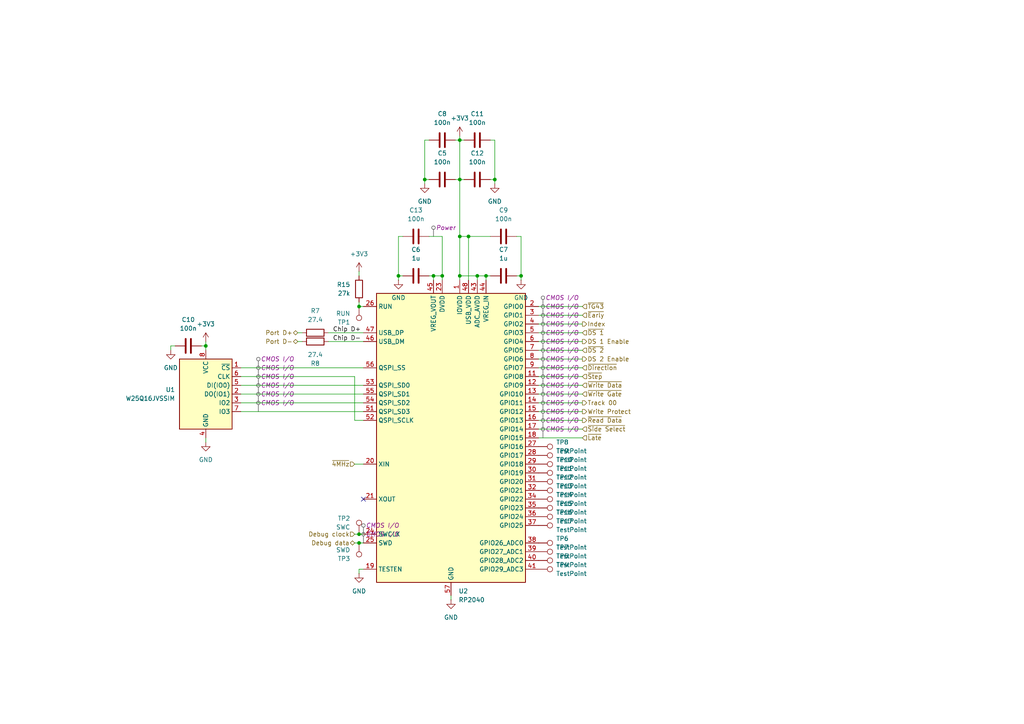
<source format=kicad_sch>
(kicad_sch (version 20231120) (generator "eeschema") (generator_version "8.0")
  (paper "A4")
  (lib_symbols
    (symbol "Connector:TestPoint" (pin_numbers hide) (pin_names (offset 0.762) hide)
      (property "Reference" "TP" (at 0 6.858 0))
      (property "Value" "TestPoint" (at 0 5.08 0))
      (symbol "TestPoint_0_1"
        (circle (center 0 3.302) (radius 0.762))
      )
      (symbol "TestPoint_1_1"
        (pin passive line (at 0 0 90) (length 2.54) (name "1") (number "1"))
      )
    )
    (symbol "Device:C" (pin_numbers hide) (pin_names (offset 0.254))
      (property "Reference" "C" (at 0.635 2.54 0))
      (property "Value" "C" (at 0.635 -2.54 0))
      (symbol "C_0_1"
        (polyline (pts (xy -2.032 -0.762) (xy 2.032 -0.762)) (stroke (width 0.508)))
        (polyline (pts (xy -2.032 0.762) (xy 2.032 0.762)) (stroke (width 0.508)))
      )
      (symbol "C_1_1"
        (pin passive line (at 0 3.81 270) (length 2.794) (name "~") (number "1"))
        (pin passive line (at 0 -3.81 90) (length 2.794) (name "~") (number "2"))
      )
    )
    (symbol "Device:R" (pin_numbers hide) (pin_names (offset 0))
      (property "Reference" "R" (at 2.032 0 90))
      (property "Value" "R" (at 0 0 90))
      (symbol "R_0_1"
        (rectangle (start -1.016 -2.54) (end 1.016 2.54) (stroke (width 0.254)))
      )
      (symbol "R_1_1"
        (pin passive line (at 0 3.81 270) (length 1.27) (name "~") (number "1"))
        (pin passive line (at 0 -3.81 90) (length 1.27) (name "~") (number "2"))
      )
    )
    (symbol "MCU_RaspberryPi:RP2040"
      (property "Reference" "U" (at 17.78 45.72 0))
      (property "Value" "RP2040" (at 17.78 43.18 0))
      (symbol "RP2040_0_1"
        (rectangle (start -21.59 41.91) (end 21.59 -41.91) (stroke (width 0.254)) (fill (type background)))
      )
      (symbol "RP2040_1_1"
        (pin power_in line (at 2.54 45.72 270) (length 3.81) (name "IOVDD") (number "1"))
        (pin passive line (at 2.54 45.72 270) (length 3.81) hide (name "IOVDD") (number "10"))
        (pin bidirectional line (at 25.4 17.78 180) (length 3.81) (name "GPIO8") (number "11"))
        (pin bidirectional line (at 25.4 15.24 180) (length 3.81) (name "GPIO9") (number "12"))
        (pin bidirectional line (at 25.4 12.7 180) (length 3.81) (name "GPIO10") (number "13"))
        (pin bidirectional line (at 25.4 10.16 180) (length 3.81) (name "GPIO11") (number "14"))
        (pin bidirectional line (at 25.4 7.62 180) (length 3.81) (name "GPIO12") (number "15"))
        (pin bidirectional line (at 25.4 5.08 180) (length 3.81) (name "GPIO13") (number "16"))
        (pin bidirectional line (at 25.4 2.54 180) (length 3.81) (name "GPIO14") (number "17"))
        (pin bidirectional line (at 25.4 0 180) (length 3.81) (name "GPIO15") (number "18"))
        (pin input line (at -25.4 -38.1 0) (length 3.81) (name "TESTEN") (number "19"))
        (pin bidirectional line (at 25.4 38.1 180) (length 3.81) (name "GPIO0") (number "2"))
        (pin input line (at -25.4 -7.62 0) (length 3.81) (name "XIN") (number "20"))
        (pin passive line (at -25.4 -17.78 0) (length 3.81) (name "XOUT") (number "21"))
        (pin passive line (at 2.54 45.72 270) (length 3.81) hide (name "IOVDD") (number "22"))
        (pin power_in line (at -2.54 45.72 270) (length 3.81) (name "DVDD") (number "23"))
        (pin input line (at -25.4 -27.94 0) (length 3.81) (name "SWCLK") (number "24"))
        (pin bidirectional line (at -25.4 -30.48 0) (length 3.81) (name "SWD") (number "25"))
        (pin input line (at -25.4 38.1 0) (length 3.81) (name "RUN") (number "26"))
        (pin bidirectional line (at 25.4 -2.54 180) (length 3.81) (name "GPIO16") (number "27"))
        (pin bidirectional line (at 25.4 -5.08 180) (length 3.81) (name "GPIO17") (number "28"))
        (pin bidirectional line (at 25.4 -7.62 180) (length 3.81) (name "GPIO18") (number "29"))
        (pin bidirectional line (at 25.4 35.56 180) (length 3.81) (name "GPIO1") (number "3"))
        (pin bidirectional line (at 25.4 -10.16 180) (length 3.81) (name "GPIO19") (number "30"))
        (pin bidirectional line (at 25.4 -12.7 180) (length 3.81) (name "GPIO20") (number "31"))
        (pin bidirectional line (at 25.4 -15.24 180) (length 3.81) (name "GPIO21") (number "32"))
        (pin passive line (at 2.54 45.72 270) (length 3.81) hide (name "IOVDD") (number "33"))
        (pin bidirectional line (at 25.4 -17.78 180) (length 3.81) (name "GPIO22") (number "34"))
        (pin bidirectional line (at 25.4 -20.32 180) (length 3.81) (name "GPIO23") (number "35"))
        (pin bidirectional line (at 25.4 -22.86 180) (length 3.81) (name "GPIO24") (number "36"))
        (pin bidirectional line (at 25.4 -25.4 180) (length 3.81) (name "GPIO25") (number "37"))
        (pin bidirectional line (at 25.4 -30.48 180) (length 3.81) (name "GPIO26_ADC0") (number "38"))
        (pin bidirectional line (at 25.4 -33.02 180) (length 3.81) (name "GPIO27_ADC1") (number "39"))
        (pin bidirectional line (at 25.4 33.02 180) (length 3.81) (name "GPIO2") (number "4"))
        (pin bidirectional line (at 25.4 -35.56 180) (length 3.81) (name "GPIO28_ADC2") (number "40"))
        (pin bidirectional line (at 25.4 -38.1 180) (length 3.81) (name "GPIO29_ADC3") (number "41"))
        (pin passive line (at 2.54 45.72 270) (length 3.81) hide (name "IOVDD") (number "42"))
        (pin power_in line (at 7.62 45.72 270) (length 3.81) (name "ADC_AVDD") (number "43"))
        (pin power_in line (at 10.16 45.72 270) (length 3.81) (name "VREG_IN") (number "44"))
        (pin power_out line (at -5.08 45.72 270) (length 3.81) (name "VREG_VOUT") (number "45"))
        (pin bidirectional line (at -25.4 27.94 0) (length 3.81) (name "USB_DM") (number "46"))
        (pin bidirectional line (at -25.4 30.48 0) (length 3.81) (name "USB_DP") (number "47"))
        (pin power_in line (at 5.08 45.72 270) (length 3.81) (name "USB_VDD") (number "48"))
        (pin passive line (at 2.54 45.72 270) (length 3.81) hide (name "IOVDD") (number "49"))
        (pin bidirectional line (at 25.4 30.48 180) (length 3.81) (name "GPIO3") (number "5"))
        (pin passive line (at -2.54 45.72 270) (length 3.81) hide (name "DVDD") (number "50"))
        (pin bidirectional line (at -25.4 7.62 0) (length 3.81) (name "QSPI_SD3") (number "51"))
        (pin output line (at -25.4 5.08 0) (length 3.81) (name "QSPI_SCLK") (number "52"))
        (pin bidirectional line (at -25.4 15.24 0) (length 3.81) (name "QSPI_SD0") (number "53"))
        (pin bidirectional line (at -25.4 10.16 0) (length 3.81) (name "QSPI_SD2") (number "54"))
        (pin bidirectional line (at -25.4 12.7 0) (length 3.81) (name "QSPI_SD1") (number "55"))
        (pin bidirectional line (at -25.4 20.32 0) (length 3.81) (name "QSPI_SS") (number "56"))
        (pin power_in line (at 0 -45.72 90) (length 3.81) (name "GND") (number "57"))
        (pin bidirectional line (at 25.4 27.94 180) (length 3.81) (name "GPIO4") (number "6"))
        (pin bidirectional line (at 25.4 25.4 180) (length 3.81) (name "GPIO5") (number "7"))
        (pin bidirectional line (at 25.4 22.86 180) (length 3.81) (name "GPIO6") (number "8"))
        (pin bidirectional line (at 25.4 20.32 180) (length 3.81) (name "GPIO7") (number "9"))
      )
    )
    (symbol "Memory_Flash:W25Q32JVSS"
      (property "Reference" "U" (at -6.35 11.43 0))
      (property "Value" "W25Q32JVSS" (at 7.62 11.43 0))
      (symbol "W25Q32JVSS_0_1"
        (rectangle (start -7.62 10.16) (end 7.62 -10.16) (stroke (width 0.254)) (fill (type background)))
      )
      (symbol "W25Q32JVSS_1_1"
        (pin input line (at -10.16 7.62 0) (length 2.54) (name "~{CS}") (number "1"))
        (pin bidirectional line (at -10.16 0 0) (length 2.54) (name "DO(IO1)") (number "2"))
        (pin bidirectional line (at -10.16 -2.54 0) (length 2.54) (name "IO2") (number "3"))
        (pin power_in line (at 0 -12.7 90) (length 2.54) (name "GND") (number "4"))
        (pin bidirectional line (at -10.16 2.54 0) (length 2.54) (name "DI(IO0)") (number "5"))
        (pin input line (at -10.16 5.08 0) (length 2.54) (name "CLK") (number "6"))
        (pin bidirectional line (at -10.16 -5.08 0) (length 2.54) (name "IO3") (number "7"))
        (pin power_in line (at 0 12.7 270) (length 2.54) (name "VCC") (number "8"))
      )
    )
    (symbol "power:+3V3" (power) (pin_numbers hide) (pin_names (offset 0) hide)
      (property "Value" "+3V3" (at 0 3.556 0))
      (symbol "+3V3_0_1"
        (polyline (pts (xy -0.762 1.27) (xy 0 2.54)))
        (polyline (pts (xy 0 0) (xy 0 2.54)))
        (polyline (pts (xy 0 2.54) (xy 0.762 1.27)))
      )
      (symbol "+3V3_1_1"
        (pin power_in line (at 0 0 90) (length 0) (name "~") (number "1"))
      )
    )
    (symbol "power:GND" (power) (pin_numbers hide) (pin_names (offset 0) hide)
      (property "Value" "GND" (at 0 -3.81 0))
      (symbol "GND_0_1"
        (polyline (pts (xy 0 0) (xy 0 -1.27) (xy 1.27 -1.27) (xy 0 -2.54) (xy -1.27 -1.27) (xy 0 -1.27)))
      )
      (symbol "GND_1_1"
        (pin power_in line (at 0 0 270) (length 0) (name "~") (number "1"))
      )
    )
  )
  (junction (at 143.51 52.07))
  (junction (at 133.35 68.58))
  (junction (at 135.89 68.58))
  (junction (at 115.57 80.01))
  (junction (at 104.14 154.94))
  (junction (at 128.27 80.01))
  (junction (at 123.19 52.07))
  (junction (at 138.43 80.01))
  (junction (at 59.69 100.33))
  (junction (at 104.14 157.48))
  (junction (at 125.73 80.01))
  (junction (at 133.35 80.01))
  (junction (at 133.35 52.07))
  (junction (at 140.97 80.01))
  (junction (at 151.13 80.01))
  (junction (at 133.35 40.64))
  (junction (at 104.14 88.9))
  (no_connect (at 105.41 144.78))
  (wire (pts (xy 115.57 68.58) (xy 115.57 80.01)))
  (wire (pts (xy 104.14 166.37) (xy 104.14 165.1)))
  (wire (pts (xy 156.21 124.46) (xy 168.91 124.46)))
  (wire (pts (xy 128.27 68.58) (xy 128.27 80.01)))
  (wire (pts (xy 149.86 80.01) (xy 151.13 80.01)))
  (wire (pts (xy 156.21 104.14) (xy 168.91 104.14)))
  (wire (pts (xy 156.21 99.06) (xy 168.91 99.06)))
  (wire (pts (xy 156.21 121.92) (xy 168.91 121.92)))
  (wire (pts (xy 133.35 40.64) (xy 134.62 40.64)))
  (wire (pts (xy 133.35 39.37) (xy 133.35 40.64)))
  (wire (pts (xy 95.25 96.52) (xy 105.41 96.52)))
  (wire (pts (xy 156.21 111.76) (xy 168.91 111.76)))
  (wire (pts (xy 125.73 80.01) (xy 125.73 81.28)))
  (wire (pts (xy 102.87 157.48) (xy 104.14 157.48)))
  (wire (pts (xy 156.21 93.98) (xy 168.91 93.98)))
  (wire (pts (xy 86.36 96.52) (xy 87.63 96.52)))
  (wire (pts (xy 104.14 154.94) (xy 105.41 154.94)))
  (wire (pts (xy 124.46 40.64) (xy 123.19 40.64)))
  (wire (pts (xy 156.21 114.3) (xy 168.91 114.3)))
  (wire (pts (xy 133.35 52.07) (xy 134.62 52.07)))
  (wire (pts (xy 124.46 80.01) (xy 125.73 80.01)))
  (wire (pts (xy 86.36 99.06) (xy 87.63 99.06)))
  (wire (pts (xy 128.27 80.01) (xy 128.27 81.28)))
  (wire (pts (xy 69.85 119.38) (xy 105.41 119.38)))
  (wire (pts (xy 135.89 68.58) (xy 133.35 68.58)))
  (wire (pts (xy 69.85 116.84) (xy 105.41 116.84)))
  (wire (pts (xy 59.69 127) (xy 59.69 128.27)))
  (wire (pts (xy 133.35 52.07) (xy 133.35 68.58)))
  (wire (pts (xy 58.42 100.33) (xy 59.69 100.33)))
  (wire (pts (xy 59.69 99.06) (xy 59.69 100.33)))
  (wire (pts (xy 105.41 121.92) (xy 102.87 121.92)))
  (wire (pts (xy 156.21 91.44) (xy 168.91 91.44)))
  (wire (pts (xy 123.19 53.34) (xy 123.19 52.07)))
  (wire (pts (xy 156.21 101.6) (xy 168.91 101.6)))
  (wire (pts (xy 102.87 121.92) (xy 102.87 109.22)))
  (wire (pts (xy 104.14 78.74) (xy 104.14 80.01)))
  (wire (pts (xy 132.08 40.64) (xy 133.35 40.64)))
  (wire (pts (xy 156.21 109.22) (xy 168.91 109.22)))
  (wire (pts (xy 49.53 100.33) (xy 49.53 101.6)))
  (wire (pts (xy 50.8 100.33) (xy 49.53 100.33)))
  (wire (pts (xy 142.24 80.01) (xy 140.97 80.01)))
  (wire (pts (xy 151.13 68.58) (xy 151.13 80.01)))
  (wire (pts (xy 116.84 68.58) (xy 115.57 68.58)))
  (wire (pts (xy 102.87 154.94) (xy 104.14 154.94)))
  (wire (pts (xy 104.14 157.48) (xy 105.41 157.48)))
  (wire (pts (xy 130.81 172.72) (xy 130.81 173.99)))
  (wire (pts (xy 104.14 165.1) (xy 105.41 165.1)))
  (wire (pts (xy 133.35 68.58) (xy 133.35 80.01)))
  (wire (pts (xy 143.51 52.07) (xy 143.51 53.34)))
  (wire (pts (xy 59.69 100.33) (xy 59.69 101.6)))
  (wire (pts (xy 104.14 88.9) (xy 105.41 88.9)))
  (wire (pts (xy 156.21 116.84) (xy 168.91 116.84)))
  (wire (pts (xy 133.35 40.64) (xy 133.35 52.07)))
  (wire (pts (xy 124.46 68.58) (xy 128.27 68.58)))
  (wire (pts (xy 115.57 81.28) (xy 115.57 80.01)))
  (wire (pts (xy 69.85 111.76) (xy 105.41 111.76)))
  (wire (pts (xy 138.43 80.01) (xy 140.97 80.01)))
  (wire (pts (xy 135.89 68.58) (xy 135.89 81.28)))
  (wire (pts (xy 151.13 80.01) (xy 151.13 81.28)))
  (wire (pts (xy 104.14 87.63) (xy 104.14 88.9)))
  (wire (pts (xy 123.19 40.64) (xy 123.19 52.07)))
  (wire (pts (xy 102.87 109.22) (xy 69.85 109.22)))
  (wire (pts (xy 138.43 81.28) (xy 138.43 80.01)))
  (wire (pts (xy 156.21 119.38) (xy 168.91 119.38)))
  (wire (pts (xy 69.85 106.68) (xy 105.41 106.68)))
  (wire (pts (xy 156.21 106.68) (xy 168.91 106.68)))
  (wire (pts (xy 142.24 40.64) (xy 143.51 40.64)))
  (wire (pts (xy 142.24 68.58) (xy 135.89 68.58)))
  (wire (pts (xy 133.35 80.01) (xy 138.43 80.01)))
  (wire (pts (xy 69.85 114.3) (xy 105.41 114.3)))
  (wire (pts (xy 132.08 52.07) (xy 133.35 52.07)))
  (wire (pts (xy 140.97 80.01) (xy 140.97 81.28)))
  (wire (pts (xy 125.73 80.01) (xy 128.27 80.01)))
  (wire (pts (xy 95.25 99.06) (xy 105.41 99.06)))
  (wire (pts (xy 156.21 88.9) (xy 168.91 88.9)))
  (wire (pts (xy 149.86 68.58) (xy 151.13 68.58)))
  (wire (pts (xy 156.21 127) (xy 168.91 127)))
  (wire (pts (xy 102.87 134.62) (xy 105.41 134.62)))
  (wire (pts (xy 143.51 40.64) (xy 143.51 52.07)))
  (wire (pts (xy 133.35 81.28) (xy 133.35 80.01)))
  (wire (pts (xy 115.57 80.01) (xy 116.84 80.01)))
  (wire (pts (xy 142.24 52.07) (xy 143.51 52.07)))
  (wire (pts (xy 123.19 52.07) (xy 124.46 52.07)))
  (wire (pts (xy 156.21 96.52) (xy 168.91 96.52)))
  (label "Chip D+" (at 96.52 96.52 0))
  (label "Chip D-" (at 96.52 99.06 0))
  (hierarchical_label "DS 1 Enable" (shape output) (at 168.91 99.06 0))
  (hierarchical_label "~{DS 2}" (shape input) (at 168.91 101.6 0))
  (hierarchical_label "Debug data" (shape bidirectional) (at 102.87 157.48 180))
  (hierarchical_label "Debug clock" (shape input) (at 102.87 154.94 180))
  (hierarchical_label "Write Protect" (shape output) (at 168.91 119.38 0))
  (hierarchical_label "Index" (shape output) (at 168.91 93.98 0))
  (hierarchical_label "~{Early}" (shape input) (at 168.91 91.44 0))
  (hierarchical_label "~{Step}" (shape input) (at 168.91 109.22 0))
  (hierarchical_label "~{Write Gate}" (shape input) (at 168.91 114.3 0))
  (hierarchical_label "~{DS 1}" (shape input) (at 168.91 96.52 0))
  (hierarchical_label "DS 2 Enable" (shape output) (at 168.91 104.14 0))
  (hierarchical_label "~{Read Data}" (shape output) (at 168.91 121.92 0))
  (hierarchical_label "Track 00" (shape output) (at 168.91 116.84 0))
  (hierarchical_label "~{4MHz}" (shape input) (at 102.87 134.62 180))
  (hierarchical_label "~{Side Select}" (shape input) (at 168.91 124.46 0))
  (hierarchical_label "~{Late}" (shape input) (at 168.91 127 0))
  (hierarchical_label "~{Write Data}" (shape input) (at 168.91 111.76 0))
  (hierarchical_label "Port D+" (shape bidirectional) (at 86.36 96.52 180))
  (hierarchical_label "~{Direction}" (shape input) (at 168.91 106.68 0))
  (hierarchical_label "Port D-" (shape bidirectional) (at 86.36 99.06 180))
  (hierarchical_label "~{TG43}" (shape input) (at 168.91 88.9 0))
  (netclass_flag "" (length 2.54) (shape round) (at 74.93 114.3 0) (property "Netclass" "CMOS I/O" (at 75.6285 111.76 0) (effects (font (italic yes)) (justify left))))
  (netclass_flag "" (length 2.54) (shape round) (at 157.48 93.98 0) (property "Netclass" "CMOS I/O" (at 158.1785 91.44 0) (effects (font (italic yes)) (justify left))))
  (netclass_flag "" (length 2.54) (shape round) (at 157.48 104.14 0) (property "Netclass" "CMOS I/O" (at 158.1785 101.6 0) (effects (font (italic yes)) (justify left))))
  (netclass_flag "" (length 2.54) (shape round) (at 157.48 114.3 0) (property "Netclass" "CMOS I/O" (at 158.1785 111.76 0) (effects (font (italic yes)) (justify left))))
  (netclass_flag "" (length 2.54) (shape round) (at 74.93 116.84 0) (property "Netclass" "CMOS I/O" (at 75.6285 114.3 0) (effects (font (italic yes)) (justify left))))
  (netclass_flag "" (length 2.54) (shape round) (at 157.48 96.52 0) (property "Netclass" "CMOS I/O" (at 158.1785 93.98 0) (effects (font (italic yes)) (justify left))))
  (netclass_flag "" (length 2.54) (shape round) (at 105.41 157.48 0) (property "Netclass" "CMOS I/O" (at 106.1085 154.94 0) (effects (font (italic yes)) (justify left))))
  (netclass_flag "" (length 2.54) (shape round) (at 157.48 109.22 0) (property "Netclass" "CMOS I/O" (at 158.1785 106.68 0) (effects (font (italic yes)) (justify left))))
  (netclass_flag "" (length 2.54) (shape round) (at 157.48 119.38 0) (property "Netclass" "CMOS I/O" (at 158.1785 116.84 0) (effects (font (italic yes)) (justify left))))
  (netclass_flag "" (length 2.54) (shape round) (at 157.48 127 0) (property "Netclass" "CMOS I/O" (at 158.1785 124.46 0) (effects (font (italic yes)) (justify left))))
  (netclass_flag "" (length 2.54) (shape round) (at 157.48 91.44 0) (property "Netclass" "CMOS I/O" (at 158.1785 88.9 0) (effects (font (italic yes)) (justify left))))
  (netclass_flag "" (length 2.54) (shape round) (at 157.48 121.92 0) (property "Netclass" "CMOS I/O" (at 158.1785 119.38 0) (effects (font (italic yes)) (justify left))))
  (netclass_flag "" (length 2.54) (shape round) (at 125.73 68.58 0) (property "Netclass" "Power" (at 126.4285 66.04 0) (effects (font (italic yes)) (justify left))))
  (netclass_flag "" (length 2.54) (shape round) (at 74.93 106.68 0) (property "Netclass" "CMOS I/O" (at 75.6285 104.14 0) (effects (font (italic yes)) (justify left))))
  (netclass_flag "" (length 2.54) (shape round) (at 105.41 154.94 0) (property "Netclass" "CMOS I/O" (at 106.1085 152.4 0) (effects (font (italic yes)) (justify left))))
  (netclass_flag "" (length 2.54) (shape round) (at 74.93 109.22 0) (property "Netclass" "CMOS I/O" (at 75.6285 106.68 0) (effects (font (italic yes)) (justify left))))
  (netclass_flag "" (length 2.54) (shape round) (at 74.93 111.76 0) (property "Netclass" "CMOS I/O" (at 75.6285 109.22 0) (effects (font (italic yes)) (justify left))))
  (netclass_flag "" (length 2.54) (shape round) (at 157.48 124.46 0) (property "Netclass" "CMOS I/O" (at 158.1785 121.92 0) (effects (font (italic yes)) (justify left))))
  (netclass_flag "" (length 2.54) (shape round) (at 157.48 106.68 0) (property "Netclass" "CMOS I/O" (at 158.1785 104.14 0) (effects (font (italic yes)) (justify left))))
  (netclass_flag "" (length 2.54) (shape round) (at 157.48 99.06 0) (property "Netclass" "CMOS I/O" (at 158.1785 96.52 0) (effects (font (italic yes)) (justify left))))
  (netclass_flag "" (length 2.54) (shape round) (at 157.48 111.76 0) (property "Netclass" "CMOS I/O" (at 158.1785 109.22 0) (effects (font (italic yes)) (justify left))))
  (netclass_flag "" (length 2.54) (shape round) (at 157.48 116.84 0) (property "Netclass" "CMOS I/O" (at 158.1785 114.3 0) (effects (font (italic yes)) (justify left))))
  (netclass_flag "" (length 2.54) (shape round) (at 157.48 101.6 0) (property "Netclass" "CMOS I/O" (at 158.1785 99.06 0) (effects (font (italic yes)) (justify left))))
  (netclass_flag "" (length 2.54) (shape round) (at 157.48 88.9 0) (property "Netclass" "CMOS I/O" (at 158.1785 86.36 0) (effects (font (italic yes)) (justify left))))
  (netclass_flag "" (length 2.54) (shape round) (at 74.93 119.38 0) (property "Netclass" "CMOS I/O" (at 75.6285 116.84 0) (effects (font (italic yes)) (justify left))))
  (symbol (lib_id "Connector:TestPoint") (at 104.14 154.94 0) (unit 1) (in_bom no)
    (property "Reference" "TP2" (at 101.6 150.3679 0) (effects (justify right)))
    (property "Value" "SWC" (at 101.6 152.9079 0) (effects (justify right)))
    (property "Footprint" "TestPoint:TestPoint_Pad_D2.0mm" (effects (hide yes)))
    (property "Description" "test point" (effects (hide yes)))
  )
  (symbol (lib_id "power:GND") (at 123.19 53.34 0) (unit 1)
    (property "Reference" "#PWR018" (effects (hide yes)))
    (property "Value" "GND" (at 123.19 58.42 0))
    (property "Description" "Power symbol creates a global label with name \"GND\" , ground" (effects (hide yes)))
  )
  (symbol (lib_id "Device:R") (at 104.14 83.82 0) (mirror y) (unit 1)
    (property "Reference" "R15" (at 101.6 82.5499 0) (effects (justify left)))
    (property "Value" "27k" (at 101.6 85.0899 0) (effects (justify left)))
    (property "Footprint" "Resistor_THT:R_Axial_DIN0204_L3.6mm_D1.6mm_P7.62mm_Horizontal" (effects (hide yes)))
    (property "Description" "Resistor" (effects (hide yes)))
    (property "Mouser part no." " 603-MFR-12FTF52-27K" (effects (hide yes)))
  )
  (symbol (lib_id "Connector:TestPoint") (at 156.21 160.02 270) (unit 1)
    (property "Reference" "TP7" (at 161.29 158.7499 90) (effects (justify left)))
    (property "Value" "TestPoint" (at 161.29 161.2899 90) (effects (justify left)))
    (property "Description" "test point" (effects (hide yes)))
  )
  (symbol (lib_id "Connector:TestPoint") (at 156.21 165.1 270) (unit 1)
    (property "Reference" "TP4" (at 161.29 163.8299 90) (effects (justify left)))
    (property "Value" "TestPoint" (at 161.29 166.3699 90) (effects (justify left)))
    (property "Description" "test point" (effects (hide yes)))
  )
  (symbol (lib_id "Device:C") (at 128.27 40.64 90) (unit 1)
    (property "Reference" "C8" (at 128.27 33.02 90))
    (property "Value" "100n" (at 128.27 35.56 90))
    (property "Footprint" "Capacitor_SMD:C_0603_1608Metric_Pad1.08x0.95mm_HandSolder" (effects (hide yes)))
    (property "Description" "Unpolarized capacitor" (effects (hide yes)))
    (property "Mouser part no." " 710-885012206095" (effects (hide yes)))
  )
  (symbol (lib_id "power:GND") (at 49.53 101.6 0) (unit 1)
    (property "Reference" "#PWR013" (effects (hide yes)))
    (property "Value" "GND" (at 49.53 106.68 0))
    (property "Description" "Power symbol creates a global label with name \"GND\" , ground" (effects (hide yes)))
  )
  (symbol (lib_id "power:GND") (at 59.69 128.27 0) (unit 1)
    (property "Reference" "#PWR011" (effects (hide yes)))
    (property "Value" "GND" (at 59.69 133.35 0))
    (property "Description" "Power symbol creates a global label with name \"GND\" , ground" (effects (hide yes)))
  )
  (symbol (lib_id "Device:C") (at 120.65 80.01 90) (unit 1)
    (property "Reference" "C6" (at 120.65 72.39 90))
    (property "Value" "1u" (at 120.65 74.93 90))
    (property "Footprint" "Capacitor_SMD:C_0805_2012Metric_Pad1.18x1.45mm_HandSolder" (effects (hide yes)))
    (property "Description" "Unpolarized capacitor" (effects (hide yes)))
    (property "Mouser part no." " 187-CL21B105KAFNFNE" (effects (hide yes)))
  )
  (symbol (lib_id "Connector:TestPoint") (at 156.21 157.48 270) (unit 1)
    (property "Reference" "TP6" (at 161.29 156.2099 90) (effects (justify left)))
    (property "Value" "TestPoint" (at 161.29 158.7499 90) (effects (justify left)))
    (property "Description" "test point" (effects (hide yes)))
  )
  (symbol (lib_id "Connector:TestPoint") (at 156.21 147.32 270) (unit 1)
    (property "Reference" "TP15" (at 161.29 146.0499 90) (effects (justify left)))
    (property "Value" "TestPoint" (at 161.29 148.5899 90) (effects (justify left)))
    (property "Description" "test point" (effects (hide yes)))
  )
  (symbol (lib_id "power:+3V3") (at 59.69 99.06 0) (unit 1)
    (property "Reference" "#PWR010" (effects (hide yes)))
    (property "Value" "+3V3" (at 59.69 93.98 0))
    (property "Description" "Power symbol creates a global label with name \"+3V3\"" (effects (hide yes)))
  )
  (symbol (lib_id "power:+3V3") (at 133.35 39.37 0) (unit 1)
    (property "Reference" "#PWR020" (effects (hide yes)))
    (property "Value" "+3V3" (at 133.35 34.29 0))
    (property "Description" "Power symbol creates a global label with name \"+3V3\"" (effects (hide yes)))
  )
  (symbol (lib_id "Device:R") (at 91.44 96.52 90) (unit 1)
    (property "Reference" "R7" (at 91.44 90.17 90))
    (property "Value" "27.4" (at 91.44 92.71 90))
    (property "Footprint" "Resistor_SMD:R_0603_1608Metric_Pad0.98x0.95mm_HandSolder" (effects (hide yes)))
    (property "Description" "Resistor" (effects (hide yes)))
    (property "Mouser part no." " 71-CRCW060327R4FKEAC" (effects (hide yes)))
  )
  (symbol (lib_id "Connector:TestPoint") (at 156.21 144.78 270) (unit 1)
    (property "Reference" "TP14" (at 161.29 143.5099 90) (effects (justify left)))
    (property "Value" "TestPoint" (at 161.29 146.0499 90) (effects (justify left)))
    (property "Description" "test point" (effects (hide yes)))
  )
  (symbol (lib_id "power:+3V3") (at 104.14 78.74 0) (unit 1)
    (property "Reference" "#PWR015" (effects (hide yes)))
    (property "Value" "+3V3" (at 104.14 73.66 0))
    (property "Description" "Power symbol creates a global label with name \"+3V3\"" (effects (hide yes)))
  )
  (symbol (lib_id "MCU_RaspberryPi:RP2040") (at 130.81 127 0) (unit 1)
    (property "Reference" "U2" (at 133.0041 171.45 0) (effects (justify left)))
    (property "Value" "RP2040" (at 133.0041 173.99 0) (effects (justify left)))
    (property "Footprint" "Package_DFN_QFN:QFN-56-1EP_7x7mm_P0.4mm_EP3.2x3.2mm" (effects (hide yes)))
    (property "Datasheet" "https://datasheets.raspberrypi.com/rp2040/rp2040-datasheet.pdf" (effects (hide yes)))
    (property "Description" "A microcontroller by Raspberry Pi" (effects (hide yes)))
    (property "Mouser part no." " 358-SC091413" (effects (hide yes)))
  )
  (symbol (lib_id "Connector:TestPoint") (at 156.21 137.16 270) (unit 1)
    (property "Reference" "TP11" (at 161.29 135.8899 90) (effects (justify left)))
    (property "Value" "TestPoint" (at 161.29 138.4299 90) (effects (justify left)))
    (property "Description" "test point" (effects (hide yes)))
  )
  (symbol (lib_id "power:GND") (at 151.13 81.28 0) (unit 1)
    (property "Reference" "#PWR016" (effects (hide yes)))
    (property "Value" "GND" (at 151.13 86.36 0))
    (property "Description" "Power symbol creates a global label with name \"GND\" , ground" (effects (hide yes)))
  )
  (symbol (lib_id "power:GND") (at 115.57 81.28 0) (unit 1)
    (property "Reference" "#PWR019" (effects (hide yes)))
    (property "Value" "GND" (at 115.57 86.36 0))
    (property "Description" "Power symbol creates a global label with name \"GND\" , ground" (effects (hide yes)))
  )
  (symbol (lib_id "power:GND") (at 130.81 173.99 0) (unit 1)
    (property "Reference" "#PWR012" (effects (hide yes)))
    (property "Value" "GND" (at 130.81 179.07 0))
    (property "Description" "Power symbol creates a global label with name \"GND\" , ground" (effects (hide yes)))
  )
  (symbol (lib_id "Device:C") (at 128.27 52.07 90) (unit 1)
    (property "Reference" "C5" (at 128.27 44.45 90))
    (property "Value" "100n" (at 128.27 46.99 90))
    (property "Footprint" "Capacitor_SMD:C_0603_1608Metric_Pad1.08x0.95mm_HandSolder" (effects (hide yes)))
    (property "Description" "Unpolarized capacitor" (effects (hide yes)))
    (property "Mouser part no." " 710-885012206095" (effects (hide yes)))
  )
  (symbol (lib_id "Connector:TestPoint") (at 156.21 152.4 270) (unit 1)
    (property "Reference" "TP17" (at 161.29 151.1299 90) (effects (justify left)))
    (property "Value" "TestPoint" (at 161.29 153.6699 90) (effects (justify left)))
    (property "Description" "test point" (effects (hide yes)))
  )
  (symbol (lib_id "Device:C") (at 138.43 52.07 90) (unit 1)
    (property "Reference" "C12" (at 138.43 44.45 90))
    (property "Value" "100n" (at 138.43 46.99 90))
    (property "Footprint" "Capacitor_SMD:C_0603_1608Metric_Pad1.08x0.95mm_HandSolder" (effects (hide yes)))
    (property "Description" "Unpolarized capacitor" (effects (hide yes)))
    (property "Mouser part no." " 710-885012206095" (effects (hide yes)))
  )
  (symbol (lib_id "power:GND") (at 143.51 53.34 0) (unit 1)
    (property "Reference" "#PWR017" (effects (hide yes)))
    (property "Value" "GND" (at 143.51 58.42 0))
    (property "Description" "Power symbol creates a global label with name \"GND\" , ground" (effects (hide yes)))
  )
  (symbol (lib_id "Connector:TestPoint") (at 156.21 132.08 270) (unit 1)
    (property "Reference" "TP9" (at 161.29 130.8099 90) (effects (justify left)))
    (property "Value" "TestPoint" (at 161.29 133.3499 90) (effects (justify left)))
    (property "Description" "test point" (effects (hide yes)))
  )
  (symbol (lib_id "Connector:TestPoint") (at 156.21 139.7 270) (unit 1)
    (property "Reference" "TP12" (at 161.29 138.4299 90) (effects (justify left)))
    (property "Value" "TestPoint" (at 161.29 140.9699 90) (effects (justify left)))
    (property "Description" "test point" (effects (hide yes)))
  )
  (symbol (lib_id "Connector:TestPoint") (at 156.21 162.56 270) (unit 1)
    (property "Reference" "TP5" (at 161.29 161.2899 90) (effects (justify left)))
    (property "Value" "TestPoint" (at 161.29 163.8299 90) (effects (justify left)))
    (property "Description" "test point" (effects (hide yes)))
  )
  (symbol (lib_id "Device:C") (at 120.65 68.58 90) (unit 1)
    (property "Reference" "C13" (at 120.65 60.96 90))
    (property "Value" "100n" (at 120.65 63.5 90))
    (property "Footprint" "Capacitor_SMD:C_0603_1608Metric_Pad1.08x0.95mm_HandSolder" (effects (hide yes)))
    (property "Description" "Unpolarized capacitor" (effects (hide yes)))
    (property "Mouser part no." " 710-885012206095" (effects (hide yes)))
  )
  (symbol (lib_id "Device:R") (at 91.44 99.06 270) (mirror x) (unit 1)
    (property "Reference" "R8" (at 91.44 105.41 90))
    (property "Value" "27.4" (at 91.44 102.87 90))
    (property "Footprint" "Resistor_SMD:R_0603_1608Metric_Pad0.98x0.95mm_HandSolder" (effects (hide yes)))
    (property "Description" "Resistor" (effects (hide yes)))
    (property "Mouser part no." " 71-CRCW060327R4FKEAC" (effects (hide yes)))
  )
  (symbol (lib_id "Memory_Flash:W25Q32JVSS") (at 59.69 114.3 0) (mirror y) (unit 1)
    (property "Reference" "U1" (at 50.8 113.0299 0) (effects (justify left)))
    (property "Value" "W25Q16JVSSIM" (at 50.8 115.5699 0) (effects (justify left)))
    (property "Footprint" "Package_SO:SOIC-8_5.23x5.23mm_P1.27mm" (effects (hide yes)))
    (property "Datasheet" "https://au.mouser.com/datasheet/2/949/w25q16jv_spi_revg_03222018_plus-1489727.pdf" (effects (hide yes)))
    (property "Description" "32Mb Serial Flash Memory, Standard/Dual/Quad SPI, SOIC-8" (effects (hide yes)))
    (property "Mouser part no." " 454-W25Q16JVSSIM" (effects (hide yes)))
  )
  (symbol (lib_id "Connector:TestPoint") (at 156.21 129.54 270) (unit 1)
    (property "Reference" "TP8" (at 161.29 128.2699 90) (effects (justify left)))
    (property "Value" "TestPoint" (at 161.29 130.8099 90) (effects (justify left)))
    (property "Description" "test point" (effects (hide yes)))
  )
  (symbol (lib_id "Connector:TestPoint") (at 156.21 149.86 270) (unit 1)
    (property "Reference" "TP16" (at 161.29 148.5899 90) (effects (justify left)))
    (property "Value" "TestPoint" (at 161.29 151.1299 90) (effects (justify left)))
    (property "Description" "test point" (effects (hide yes)))
  )
  (symbol (lib_id "Connector:TestPoint") (at 156.21 142.24 270) (unit 1)
    (property "Reference" "TP13" (at 161.29 140.9699 90) (effects (justify left)))
    (property "Value" "TestPoint" (at 161.29 143.5099 90) (effects (justify left)))
    (property "Description" "test point" (effects (hide yes)))
  )
  (symbol (lib_id "Device:C") (at 146.05 68.58 90) (unit 1)
    (property "Reference" "C9" (at 146.05 60.96 90))
    (property "Value" "100n" (at 146.05 63.5 90))
    (property "Footprint" "Capacitor_SMD:C_0603_1608Metric_Pad1.08x0.95mm_HandSolder" (effects (hide yes)))
    (property "Description" "Unpolarized capacitor" (effects (hide yes)))
    (property "Mouser part no." " 710-885012206095" (effects (hide yes)))
  )
  (symbol (lib_id "Device:C") (at 54.61 100.33 90) (unit 1)
    (property "Reference" "C10" (at 54.61 92.71 90))
    (property "Value" "100n" (at 54.61 95.25 90))
    (property "Footprint" "Capacitor_SMD:C_0603_1608Metric_Pad1.08x0.95mm_HandSolder" (effects (hide yes)))
    (property "Description" "Unpolarized capacitor" (effects (hide yes)))
    (property "Mouser part no." " 710-885012206095" (effects (hide yes)))
  )
  (symbol (lib_id "Device:C") (at 138.43 40.64 90) (unit 1)
    (property "Reference" "C11" (at 138.43 33.02 90))
    (property "Value" "100n" (at 138.43 35.56 90))
    (property "Footprint" "Capacitor_SMD:C_0603_1608Metric_Pad1.08x0.95mm_HandSolder" (effects (hide yes)))
    (property "Description" "Unpolarized capacitor" (effects (hide yes)))
    (property "Mouser part no." " 710-885012206095" (effects (hide yes)))
  )
  (symbol (lib_id "power:GND") (at 104.14 166.37 0) (unit 1)
    (property "Reference" "#PWR014" (effects (hide yes)))
    (property "Value" "GND" (at 104.14 171.45 0))
    (property "Description" "Power symbol creates a global label with name \"GND\" , ground" (effects (hide yes)))
  )
  (symbol (lib_id "Connector:TestPoint") (at 104.14 157.48 0) (mirror x) (unit 1) (in_bom no)
    (property "Reference" "TP3" (at 101.6 162.0521 0) (effects (justify right)))
    (property "Value" "SWD" (at 101.6 159.5121 0) (effects (justify right)))
    (property "Footprint" "TestPoint:TestPoint_Pad_D2.0mm" (effects (hide yes)))
    (property "Description" "test point" (effects (hide yes)))
  )
  (symbol (lib_id "Connector:TestPoint") (at 104.14 88.9 0) (mirror x) (unit 1) (in_bom no)
    (property "Reference" "TP1" (at 101.6 93.4721 0) (effects (justify right)))
    (property "Value" "RUN" (at 101.6 90.9321 0) (effects (justify right)))
    (property "Footprint" "TestPoint:TestPoint_Pad_D2.0mm" (effects (hide yes)))
    (property "Description" "test point" (effects (hide yes)))
  )
  (symbol (lib_id "Device:C") (at 146.05 80.01 90) (unit 1)
    (property "Reference" "C7" (at 146.05 72.39 90))
    (property "Value" "1u" (at 146.05 74.93 90))
    (property "Footprint" "Capacitor_SMD:C_0805_2012Metric_Pad1.18x1.45mm_HandSolder" (effects (hide yes)))
    (property "Description" "Unpolarized capacitor" (effects (hide yes)))
    (property "Mouser part no." " 187-CL21B105KAFNFNE" (effects (hide yes)))
  )
  (symbol (lib_id "Connector:TestPoint") (at 156.21 134.62 270) (unit 1)
    (property "Reference" "TP10" (at 161.29 133.3499 90) (effects (justify left)))
    (property "Value" "TestPoint" (at 161.29 135.8899 90) (effects (justify left)))
    (property "Description" "test point" (effects (hide yes)))
  )
)
</source>
